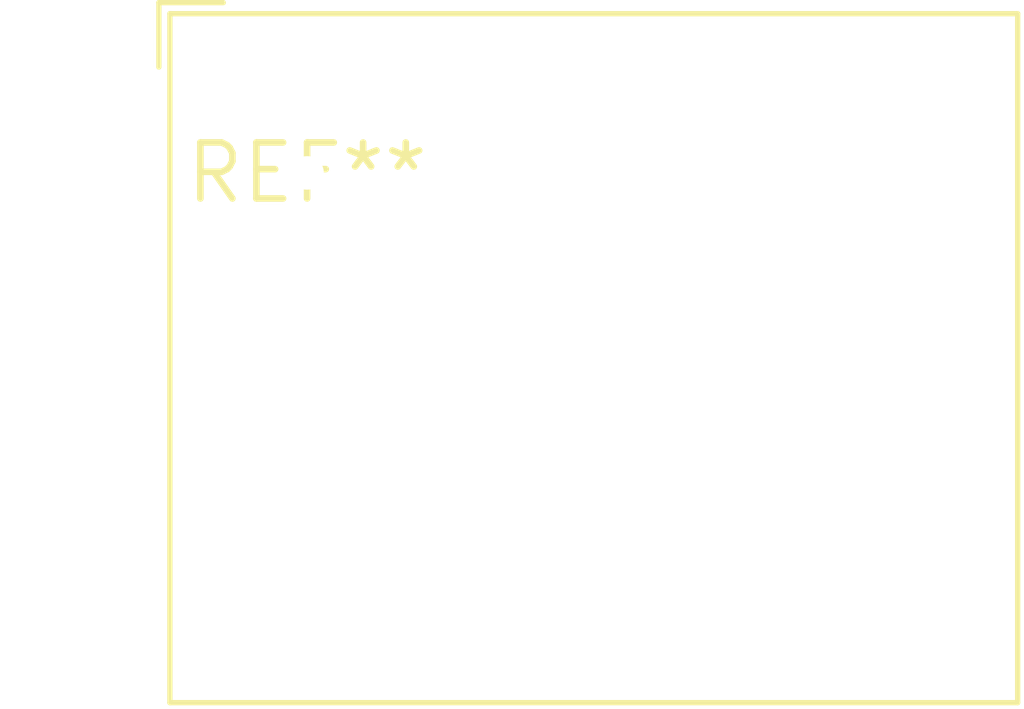
<source format=kicad_pcb>
(kicad_pcb (version 20240108) (generator pcbnew)
  (layers (0 "F.Cu" signal) (31 "B.Cu" signal) (34 "B.Paste" user) (35 "F.Paste" user) (36 "B.SilkS" user "B.Silkscreen") (37 "F.SilkS" user "F.Silkscreen") (38 "B.Mask" user) (39 "F.Mask" user) (44 "Edge.Cuts" user))
  (net 0 "")
  (footprint "LEM_HX10-NP" (layer "F.Cu") (at 0 0)
    (property "Reference" "REF**")
    (property "Value" "LEM_HX10-NP")
    (fp_line (start -3.36 -2.4) (end -3.36 -3.86) (layer "F.SilkS") (stroke (width 0.12)))
    (fp_line (start -3.11 -3.61) (end -3.11 12.01) (layer "F.SilkS") (stroke (width 0.12)))
    (fp_line (start -3.11 12.01) (end 16.11 12.01) (layer "F.SilkS") (stroke (width 0.12)))
    (fp_line (start -1.9 -3.86) (end -3.36 -3.86) (layer "F.SilkS") (stroke (width 0.12)))
    (fp_line (start 16.11 -3.61) (end -3.11 -3.61) (layer "F.SilkS") (stroke (width 0.12)))
    (fp_line (start 16.11 12.01) (end 16.11 -3.61) (layer "F.SilkS") (stroke (width 0.12)))
    (pad "1" thru_hole rect (at 0 0) (size 1.75 1.75) (drill 0.76) (layers *.Cu *.Mask) (remove_unused_layers))
    (pad "2" thru_hole circle (at 0 2.54) (size 1.75 1.75) (drill 0.76) (layers *.Cu *.Mask) (remove_unused_layers))
    (pad "3" thru_hole circle (at 0 5.08) (size 1.75 1.75) (drill 0.76) (layers *.Cu *.Mask) (remove_unused_layers))
    (pad "4" thru_hole circle (at 0 7.62) (size 1.75 1.75) (drill 0.76) (layers *.Cu *.Mask) (remove_unused_layers))
    (pad "5" thru_hole circle (at 10.85 1) (size 2.2 2.2) (drill 1.2) (layers *.Cu *.Mask) (remove_unused_layers))
    (pad "6" thru_hole circle (at 10.85 7) (size 2.2 2.2) (drill 1.2) (layers *.Cu *.Mask) (remove_unused_layers))
    (pad "7" thru_hole circle (at 14.35 1) (size 2.2 2.2) (drill 1.2) (layers *.Cu *.Mask) (remove_unused_layers))
    (pad "8" thru_hole circle (at 14.35 7) (size 2.2 2.2) (drill 1.2) (layers *.Cu *.Mask) (remove_unused_layers))
  )
)
</source>
